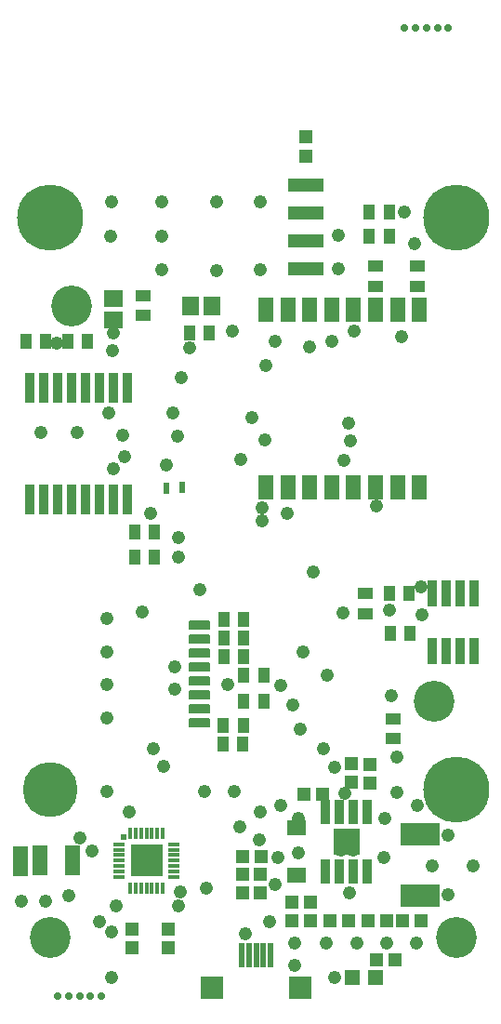
<source format=gts>
G75*
G70*
%OFA0B0*%
%FSLAX24Y24*%
%IPPOS*%
%LPD*%
%AMOC8*
5,1,8,0,0,1.08239X$1,22.5*
%
%ADD10C,0.1970*%
%ADD11C,0.0277*%
%ADD12R,0.0552X0.0867*%
%ADD13C,0.0071*%
%ADD14R,0.0330X0.1080*%
%ADD15R,0.0240X0.0400*%
%ADD16R,0.0395X0.0552*%
%ADD17R,0.0237X0.0867*%
%ADD18R,0.0789X0.0828*%
%ADD19R,0.0474X0.0513*%
%ADD20R,0.0413X0.0157*%
%ADD21R,0.0197X0.0197*%
%ADD22R,0.1181X0.1181*%
%ADD23R,0.0157X0.0413*%
%ADD24R,0.1261X0.0474*%
%ADD25R,0.0552X0.0395*%
%ADD26R,0.0710X0.0592*%
%ADD27R,0.0552X0.0552*%
%ADD28R,0.0505X0.0493*%
%ADD29R,0.0580X0.1080*%
%ADD30R,0.0320X0.0950*%
%ADD31R,0.0592X0.0710*%
%ADD32R,0.0320X0.0890*%
%ADD33R,0.0980X0.0980*%
%ADD34R,0.0659X0.0580*%
%ADD35R,0.1430X0.0800*%
%ADD36R,0.0513X0.0474*%
%ADD37C,0.0476*%
%ADD38C,0.1464*%
%ADD39C,0.2370*%
D10*
X015244Y014949D03*
D11*
X015520Y007547D03*
X015914Y007547D03*
X016307Y007547D03*
X016701Y007547D03*
X017095Y007547D03*
X027961Y042232D03*
X028355Y042232D03*
X028748Y042232D03*
X029142Y042232D03*
X029536Y042232D03*
D12*
X028500Y032146D03*
X027713Y032146D03*
X026925Y032146D03*
X026138Y032146D03*
X025351Y032146D03*
X024563Y032146D03*
X023776Y032146D03*
X022988Y032146D03*
X022988Y025768D03*
X023776Y025768D03*
X024563Y025768D03*
X025351Y025768D03*
X026138Y025768D03*
X026925Y025768D03*
X027713Y025768D03*
X028500Y025768D03*
D13*
X020969Y020980D02*
X020969Y020694D01*
X020251Y020694D01*
X020251Y020980D01*
X020969Y020980D01*
X020969Y020764D02*
X020251Y020764D01*
X020251Y020834D02*
X020969Y020834D01*
X020969Y020904D02*
X020251Y020904D01*
X020251Y020974D02*
X020969Y020974D01*
X020969Y020480D02*
X020969Y020194D01*
X020251Y020194D01*
X020251Y020480D01*
X020969Y020480D01*
X020969Y020264D02*
X020251Y020264D01*
X020251Y020334D02*
X020969Y020334D01*
X020969Y020404D02*
X020251Y020404D01*
X020251Y020474D02*
X020969Y020474D01*
X020969Y019980D02*
X020969Y019694D01*
X020251Y019694D01*
X020251Y019980D01*
X020969Y019980D01*
X020969Y019764D02*
X020251Y019764D01*
X020251Y019834D02*
X020969Y019834D01*
X020969Y019904D02*
X020251Y019904D01*
X020251Y019974D02*
X020969Y019974D01*
X020969Y019480D02*
X020969Y019194D01*
X020251Y019194D01*
X020251Y019480D01*
X020969Y019480D01*
X020969Y019264D02*
X020251Y019264D01*
X020251Y019334D02*
X020969Y019334D01*
X020969Y019404D02*
X020251Y019404D01*
X020251Y019474D02*
X020969Y019474D01*
X020969Y018980D02*
X020969Y018694D01*
X020251Y018694D01*
X020251Y018980D01*
X020969Y018980D01*
X020969Y018764D02*
X020251Y018764D01*
X020251Y018834D02*
X020969Y018834D01*
X020969Y018904D02*
X020251Y018904D01*
X020251Y018974D02*
X020969Y018974D01*
X020969Y018480D02*
X020969Y018194D01*
X020251Y018194D01*
X020251Y018480D01*
X020969Y018480D01*
X020969Y018264D02*
X020251Y018264D01*
X020251Y018334D02*
X020969Y018334D01*
X020969Y018404D02*
X020251Y018404D01*
X020251Y018474D02*
X020969Y018474D01*
X020969Y017980D02*
X020969Y017694D01*
X020251Y017694D01*
X020251Y017980D01*
X020969Y017980D01*
X020969Y017764D02*
X020251Y017764D01*
X020251Y017834D02*
X020969Y017834D01*
X020969Y017904D02*
X020251Y017904D01*
X020251Y017974D02*
X020969Y017974D01*
X020969Y017480D02*
X020969Y017194D01*
X020251Y017194D01*
X020251Y017480D01*
X020969Y017480D01*
X020969Y017264D02*
X020251Y017264D01*
X020251Y017334D02*
X020969Y017334D01*
X020969Y017404D02*
X020251Y017404D01*
X020251Y017474D02*
X020969Y017474D01*
D14*
X018026Y025346D03*
X017526Y025346D03*
X017026Y025346D03*
X016526Y025346D03*
X016026Y025346D03*
X015526Y025346D03*
X015026Y025346D03*
X014526Y025346D03*
X014526Y029346D03*
X015026Y029346D03*
X015526Y029346D03*
X016026Y029346D03*
X016526Y029346D03*
X017026Y029346D03*
X017526Y029346D03*
X018026Y029346D03*
D15*
X019413Y025744D03*
X020004Y025772D03*
D16*
X018985Y024161D03*
X018276Y024161D03*
X018276Y023256D03*
X018985Y023256D03*
X021487Y021023D03*
X021487Y020355D03*
X021487Y019698D03*
X022196Y019698D03*
X022196Y020355D03*
X022196Y021023D03*
X022200Y019029D03*
X022909Y019029D03*
X022909Y018089D03*
X022200Y018089D03*
X022176Y017220D03*
X022166Y016583D03*
X021457Y016583D03*
X021467Y017220D03*
X027449Y020539D03*
X028158Y020539D03*
X028118Y021957D03*
X027410Y021957D03*
X020953Y031287D03*
X020244Y031287D03*
X016583Y031012D03*
X015874Y031012D03*
X015087Y031012D03*
X014378Y031012D03*
X026701Y034752D03*
X027410Y034752D03*
X027410Y035618D03*
X026701Y035618D03*
D17*
X023158Y009004D03*
X022902Y009004D03*
X022646Y009004D03*
X022390Y009004D03*
X022134Y009004D03*
D18*
X021071Y007843D03*
X024221Y007843D03*
D19*
X023925Y010224D03*
X023925Y010894D03*
X024595Y010894D03*
X024595Y010224D03*
X025303Y010224D03*
X025973Y010224D03*
X026642Y010224D03*
X027311Y010224D03*
X027626Y008846D03*
X026957Y008846D03*
X022803Y011228D03*
X022173Y011228D03*
X022173Y011898D03*
X022154Y012547D03*
X022823Y012547D03*
X022803Y011898D03*
X026071Y015205D03*
X026071Y015874D03*
X019496Y009929D03*
X019496Y009260D03*
X018197Y009260D03*
X018197Y009929D03*
D20*
X017715Y011799D03*
X017715Y011996D03*
X017715Y012193D03*
X017715Y012390D03*
X017715Y012587D03*
X017715Y012783D03*
X017715Y012980D03*
X019703Y012980D03*
X019703Y012783D03*
X019703Y012587D03*
X019703Y012390D03*
X019703Y012193D03*
X019703Y011996D03*
X019703Y011799D03*
D21*
X017881Y013218D03*
D22*
X018709Y012390D03*
D23*
X018709Y013384D03*
X018906Y013384D03*
X019103Y013384D03*
X019299Y013384D03*
X018512Y013384D03*
X018315Y013384D03*
X018118Y013384D03*
X018118Y011396D03*
X018315Y011396D03*
X018512Y011396D03*
X018709Y011396D03*
X018906Y011396D03*
X019103Y011396D03*
X019299Y011396D03*
D24*
X024418Y033606D03*
X024418Y034606D03*
X024418Y035606D03*
X024418Y036606D03*
D25*
X026937Y033689D03*
X026937Y032980D03*
X028433Y032980D03*
X028433Y033689D03*
X018598Y032627D03*
X018598Y031919D03*
X026544Y021957D03*
X026544Y021248D03*
X027567Y017469D03*
X027567Y016760D03*
D26*
X017528Y031760D03*
X017528Y032547D03*
D27*
X026091Y008217D03*
X026918Y008217D03*
D28*
X024418Y037636D03*
X024418Y038325D03*
D29*
X014175Y012379D03*
X014890Y012390D03*
X016071Y012390D03*
D30*
X028943Y019903D03*
X029443Y019903D03*
X029943Y019903D03*
X030443Y019903D03*
X030443Y021963D03*
X029943Y021963D03*
X029443Y021963D03*
X028943Y021963D03*
D31*
X021071Y032272D03*
X020284Y032272D03*
D32*
X025124Y014119D03*
X025624Y014119D03*
X026124Y014119D03*
X026624Y014119D03*
X026624Y011999D03*
X026124Y011999D03*
X025624Y011999D03*
X025124Y011999D03*
D33*
X025874Y013059D03*
D34*
X024103Y013551D03*
X024103Y011858D03*
D35*
X028512Y011142D03*
X028512Y013322D03*
D36*
X026740Y015165D03*
X026740Y015835D03*
X025028Y014752D03*
X024359Y014752D03*
X027902Y010224D03*
X028571Y010224D03*
D37*
X028394Y009437D03*
X027331Y009437D03*
X026268Y009437D03*
X025441Y008217D03*
X025166Y009437D03*
X024024Y009437D03*
X024024Y008650D03*
X023118Y010185D03*
X022272Y009780D03*
X023315Y011524D03*
X023433Y012508D03*
X024142Y012665D03*
X024142Y013886D03*
X023512Y014358D03*
X022803Y014122D03*
X022055Y013610D03*
X022764Y013138D03*
X021859Y014870D03*
X020796Y014870D03*
X019339Y015776D03*
X018945Y016406D03*
X017292Y017508D03*
X017292Y018689D03*
X017292Y019870D03*
X017292Y021051D03*
X018565Y021309D03*
X020638Y022114D03*
X019860Y023256D03*
X019870Y023955D03*
X018866Y024831D03*
X019414Y026580D03*
X019811Y027587D03*
X019645Y028429D03*
X019960Y029691D03*
X020249Y030770D03*
X021780Y031351D03*
X023005Y030139D03*
X023308Y030989D03*
X024563Y030803D03*
X025351Y031012D03*
X026150Y031366D03*
X027843Y031169D03*
X025599Y033610D03*
X025599Y034791D03*
X027961Y035618D03*
X028315Y034516D03*
X022803Y033571D03*
X021229Y033531D03*
X019260Y033571D03*
X019260Y034752D03*
X019260Y036012D03*
X017449Y036012D03*
X017410Y034752D03*
X017528Y031287D03*
X017488Y030657D03*
X015481Y030933D03*
X017365Y028429D03*
X017843Y027626D03*
X017922Y026878D03*
X017528Y026445D03*
X016229Y027744D03*
X014929Y027744D03*
X022095Y026760D03*
X022961Y027469D03*
X022495Y028279D03*
X022862Y025028D03*
X022862Y024566D03*
X023765Y024839D03*
X024675Y022739D03*
X025765Y021259D03*
X024324Y019858D03*
X025204Y019048D03*
X023945Y017980D03*
X023535Y018679D03*
X024214Y017098D03*
X025048Y016406D03*
X025441Y015736D03*
X025815Y014811D03*
X027252Y013886D03*
X027685Y014831D03*
X028433Y014358D03*
X029520Y013295D03*
X028959Y012193D03*
X029521Y011169D03*
X030413Y012193D03*
X027213Y012508D03*
X026110Y012783D03*
X025677Y012783D03*
X025991Y011246D03*
X027685Y016091D03*
X027488Y018295D03*
X028591Y021209D03*
X028551Y022193D03*
X027410Y021366D03*
X026947Y025105D03*
X025796Y026720D03*
X026032Y027429D03*
X025953Y028059D03*
X022803Y036012D03*
X021229Y036012D03*
X019733Y019319D03*
X019733Y018531D03*
X021625Y018699D03*
X018082Y014143D03*
X017292Y014870D03*
X016307Y013217D03*
X016762Y012733D03*
X015914Y011130D03*
X015087Y010933D03*
X014221Y010933D03*
X017016Y010185D03*
X017470Y009840D03*
X017635Y010769D03*
X018709Y012390D03*
X019909Y011259D03*
X019845Y010769D03*
X020847Y011403D03*
X017449Y008217D03*
D38*
X015244Y009634D03*
X029024Y018098D03*
X029811Y009634D03*
X016032Y032272D03*
D39*
X015244Y035421D03*
X029811Y035421D03*
X029811Y014949D03*
M02*

</source>
